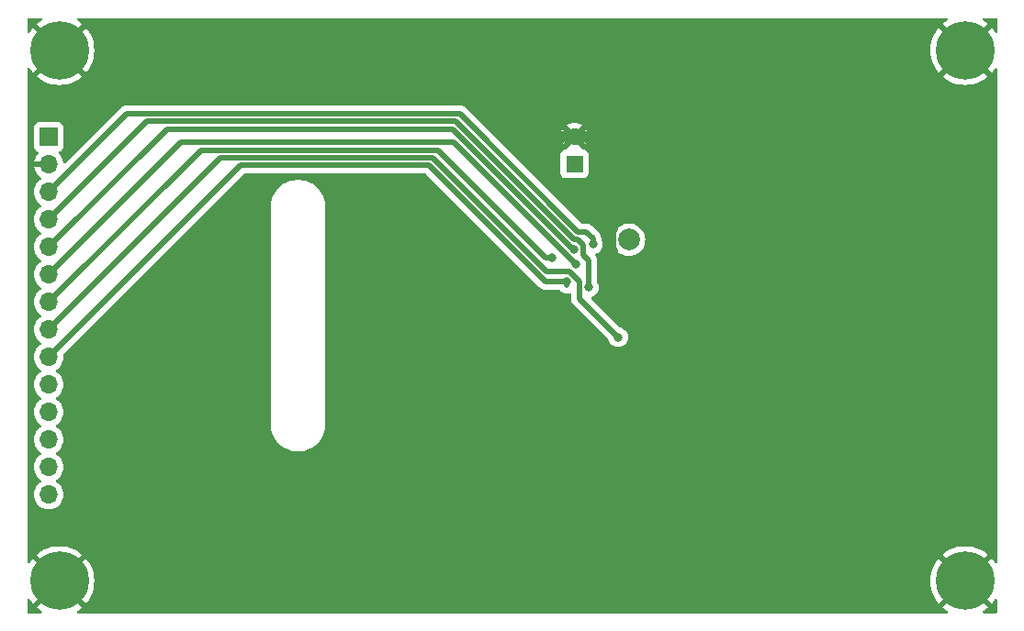
<source format=gbr>
%TF.GenerationSoftware,KiCad,Pcbnew,7.0.7-7.0.7~ubuntu22.04.1*%
%TF.CreationDate,2023-09-11T12:59:47+09:00*%
%TF.ProjectId,3_2LCD,335f324c-4344-42e6-9b69-6361645f7063,rev?*%
%TF.SameCoordinates,Original*%
%TF.FileFunction,Copper,L1,Top*%
%TF.FilePolarity,Positive*%
%FSLAX46Y46*%
G04 Gerber Fmt 4.6, Leading zero omitted, Abs format (unit mm)*
G04 Created by KiCad (PCBNEW 7.0.7-7.0.7~ubuntu22.04.1) date 2023-09-11 12:59:47*
%MOMM*%
%LPD*%
G01*
G04 APERTURE LIST*
%TA.AperFunction,ComponentPad*%
%ADD10R,1.600000X1.600000*%
%TD*%
%TA.AperFunction,ComponentPad*%
%ADD11C,1.600000*%
%TD*%
%TA.AperFunction,ComponentPad*%
%ADD12R,1.700000X1.700000*%
%TD*%
%TA.AperFunction,ComponentPad*%
%ADD13O,1.700000X1.700000*%
%TD*%
%TA.AperFunction,ComponentPad*%
%ADD14C,3.100000*%
%TD*%
%TA.AperFunction,ConnectorPad*%
%ADD15C,5.400000*%
%TD*%
%TA.AperFunction,ComponentPad*%
%ADD16C,2.000000*%
%TD*%
%TA.AperFunction,ViaPad*%
%ADD17C,1.016000*%
%TD*%
%TA.AperFunction,ViaPad*%
%ADD18C,0.800000*%
%TD*%
%TA.AperFunction,Conductor*%
%ADD19C,1.016000*%
%TD*%
%TA.AperFunction,Conductor*%
%ADD20C,0.508000*%
%TD*%
G04 APERTURE END LIST*
D10*
%TO.P,C3,1*%
%TO.N,+3V3*%
X176500000Y-113000000D03*
D11*
%TO.P,C3,2*%
%TO.N,GND*%
X176500000Y-110500000D03*
%TD*%
D12*
%TO.P,J1,1,Pin_1*%
%TO.N,+3V3*%
X128000000Y-110500000D03*
D13*
%TO.P,J1,2,Pin_2*%
%TO.N,GND*%
X128000000Y-113040000D03*
%TO.P,J1,3,Pin_3*%
%TO.N,Net-(J1-Pin_3)*%
X128000000Y-115580000D03*
%TO.P,J1,4,Pin_4*%
%TO.N,Net-(J1-Pin_4)*%
X128000000Y-118120000D03*
%TO.P,J1,5,Pin_5*%
%TO.N,Net-(J1-Pin_5)*%
X128000000Y-120660000D03*
%TO.P,J1,6,Pin_6*%
%TO.N,Net-(J1-Pin_6)*%
X128000000Y-123200000D03*
%TO.P,J1,7,Pin_7*%
%TO.N,Net-(J1-Pin_7)*%
X128000000Y-125740000D03*
%TO.P,J1,8,Pin_8*%
%TO.N,Net-(J1-Pin_8)*%
X128000000Y-128280000D03*
%TO.P,J1,9,Pin_9*%
%TO.N,Net-(J1-Pin_9)*%
X128000000Y-130820000D03*
%TO.P,J1,10,Pin_10*%
%TO.N,unconnected-(J1-Pin_10-Pad10)*%
X128000000Y-133360000D03*
%TO.P,J1,11,Pin_11*%
%TO.N,unconnected-(J1-Pin_11-Pad11)*%
X128000000Y-135900000D03*
%TO.P,J1,12,Pin_12*%
%TO.N,unconnected-(J1-Pin_12-Pad12)*%
X128000000Y-138440000D03*
%TO.P,J1,13,Pin_13*%
%TO.N,unconnected-(J1-Pin_13-Pad13)*%
X128000000Y-140980000D03*
%TO.P,J1,14,Pin_14*%
%TO.N,unconnected-(J1-Pin_14-Pad14)*%
X128000000Y-143520000D03*
%TD*%
D14*
%TO.P,H1,1,1*%
%TO.N,GND*%
X129000000Y-102500000D03*
D15*
X129000000Y-102500000D03*
%TD*%
D14*
%TO.P,H3,1,1*%
%TO.N,GND*%
X212500000Y-102500000D03*
D15*
X212500000Y-102500000D03*
%TD*%
D14*
%TO.P,H4,1,1*%
%TO.N,GND*%
X212500000Y-151500000D03*
D15*
X212500000Y-151500000D03*
%TD*%
D14*
%TO.P,H2,1,1*%
%TO.N,GND*%
X129000000Y-151500000D03*
D15*
X129000000Y-151500000D03*
%TD*%
D16*
%TO.P,TP1,1,1*%
%TO.N,Net-(U1-FMARK)*%
X181500000Y-120000000D03*
%TD*%
D17*
%TO.N,GND*%
X172000000Y-112500000D03*
X179000000Y-116500000D03*
X182000000Y-131500000D03*
X182000000Y-138000000D03*
D18*
%TO.N,Net-(J1-Pin_3)*%
X178175520Y-120411727D03*
%TO.N,Net-(J1-Pin_4)*%
X177800000Y-124400000D03*
%TO.N,Net-(J1-Pin_5)*%
X176469406Y-120881431D03*
%TO.N,Net-(J1-Pin_6)*%
X176604854Y-122284643D03*
%TO.N,Net-(J1-Pin_7)*%
X174375968Y-121651467D03*
%TO.N,Net-(J1-Pin_8)*%
X180500000Y-129000000D03*
%TO.N,Net-(J1-Pin_9)*%
X175722697Y-123850211D03*
%TD*%
D19*
%TO.N,GND*%
X184000000Y-127000000D02*
X184000000Y-129500000D01*
X180000000Y-121027842D02*
X180000000Y-123000000D01*
X180000000Y-123000000D02*
X184000000Y-127000000D01*
X176500000Y-110500000D02*
X177631370Y-110500000D01*
X180000000Y-118972158D02*
X179791999Y-119180159D01*
X176500000Y-110500000D02*
X175368630Y-110500000D01*
X184000000Y-129500000D02*
X184000000Y-136000000D01*
X179791999Y-119180159D02*
X179791999Y-120819841D01*
X173368630Y-112500000D02*
X172000000Y-112500000D01*
X184000000Y-129500000D02*
X182000000Y-131500000D01*
X180500000Y-114500000D02*
X180000000Y-115000000D01*
X180000000Y-115000000D02*
X180000000Y-118972158D01*
X179500000Y-116500000D02*
X179000000Y-116500000D01*
X177631370Y-110500000D02*
X180500000Y-113368630D01*
X179791999Y-120819841D02*
X180000000Y-121027842D01*
X175368630Y-110500000D02*
X173368630Y-112500000D01*
X180500000Y-114500000D02*
X180500000Y-115500000D01*
X180500000Y-115500000D02*
X179500000Y-116500000D01*
X180500000Y-113368630D02*
X180500000Y-114500000D01*
X184000000Y-136000000D02*
X182000000Y-138000000D01*
D20*
%TO.N,Net-(J1-Pin_3)*%
X176808685Y-119245937D02*
X177575415Y-119245937D01*
X178175520Y-119846042D02*
X178175520Y-120411727D01*
X128000000Y-115580000D02*
X135228061Y-108351939D01*
X177575415Y-119245937D02*
X178175520Y-119846042D01*
X135228061Y-108351939D02*
X165914687Y-108351939D01*
X165914687Y-108351939D02*
X176808685Y-119245937D01*
%TO.N,Net-(J1-Pin_4)*%
X177323407Y-121422163D02*
X177800000Y-121898756D01*
X177323407Y-120471510D02*
X177323407Y-121422163D01*
X176452670Y-119953948D02*
X176805845Y-119953948D01*
X137060050Y-109059950D02*
X165558673Y-109059951D01*
X128000000Y-118120000D02*
X137060050Y-109059950D01*
X177800000Y-121898756D02*
X177800000Y-124400000D01*
X176805845Y-119953948D02*
X177323407Y-120471510D01*
X165558673Y-109059951D02*
X176452670Y-119953948D01*
%TO.N,Net-(J1-Pin_5)*%
X138892039Y-109767961D02*
X165225125Y-109767961D01*
X128000000Y-120660000D02*
X138892039Y-109767961D01*
X165225125Y-109767961D02*
X176338595Y-120881431D01*
X176338595Y-120881431D02*
X176469406Y-120881431D01*
%TO.N,Net-(J1-Pin_6)*%
X165320211Y-111000000D02*
X176604854Y-122284643D01*
X140200000Y-111000000D02*
X165320211Y-111000000D01*
X128000000Y-123200000D02*
X140200000Y-111000000D01*
%TO.N,Net-(J1-Pin_7)*%
X128000000Y-125740000D02*
X142031990Y-111708010D01*
X173810283Y-121651467D02*
X174375968Y-121651467D01*
X163866826Y-111708010D02*
X173810283Y-121651467D01*
X142031990Y-111708010D02*
X163866826Y-111708010D01*
%TO.N,Net-(J1-Pin_8)*%
X173904579Y-122944388D02*
X176055357Y-122944388D01*
X176945998Y-125445998D02*
X180500000Y-129000000D01*
X176945998Y-123835029D02*
X176945998Y-125445998D01*
X163376213Y-112416022D02*
X173904579Y-122944388D01*
X176055357Y-122944388D02*
X176945998Y-123835029D01*
X143863979Y-112416021D02*
X163376213Y-112416022D01*
X128000000Y-128280000D02*
X143863979Y-112416021D01*
%TO.N,Net-(J1-Pin_9)*%
X128000000Y-130820000D02*
X145695968Y-113124032D01*
X173809124Y-123850211D02*
X175722697Y-123850211D01*
X175722697Y-124122697D02*
X175722697Y-123850211D01*
X163082945Y-113124032D02*
X173809124Y-123850211D01*
X145695968Y-113124032D02*
X163082945Y-113124032D01*
X175800000Y-124200000D02*
X175722697Y-124122697D01*
%TD*%
%TA.AperFunction,Conductor*%
%TO.N,GND*%
G36*
X127910103Y-152334851D02*
G01*
X127957130Y-152368056D01*
X127957999Y-152367188D01*
X128132812Y-152542001D01*
X128131807Y-152543005D01*
X128167408Y-152596512D01*
X128168536Y-152667500D01*
X128136186Y-152723022D01*
X126917717Y-153941490D01*
X126996697Y-154012071D01*
X126996699Y-154012072D01*
X127290555Y-154220572D01*
X127290555Y-154220573D01*
X127322489Y-154238222D01*
X127372434Y-154288680D01*
X127387171Y-154358130D01*
X127362022Y-154424523D01*
X127304970Y-154466779D01*
X127261540Y-154474500D01*
X126151500Y-154474500D01*
X126083379Y-154454498D01*
X126036886Y-154400842D01*
X126025500Y-154348500D01*
X126025500Y-153941490D01*
X126025500Y-153238454D01*
X126045501Y-153170337D01*
X126099157Y-153123844D01*
X126169431Y-153113740D01*
X126234011Y-153143233D01*
X126261777Y-153177510D01*
X126279422Y-153209437D01*
X126279427Y-153209444D01*
X126487927Y-153503300D01*
X126487928Y-153503302D01*
X126558508Y-153582280D01*
X127776975Y-152363812D01*
X127839288Y-152329787D01*
X127910103Y-152334851D01*
G37*
%TD.AperFunction*%
%TA.AperFunction,Conductor*%
G36*
X210829661Y-99545502D02*
G01*
X210876154Y-99599158D01*
X210886258Y-99669432D01*
X210856764Y-99734012D01*
X210822489Y-99761778D01*
X210790555Y-99779426D01*
X210790555Y-99779427D01*
X210496702Y-99987924D01*
X210496692Y-99987932D01*
X210417717Y-100058508D01*
X211636187Y-101276977D01*
X211670212Y-101339289D01*
X211665148Y-101410104D01*
X211631945Y-101457134D01*
X211632812Y-101458001D01*
X211628925Y-101461887D01*
X211628922Y-101461890D01*
X211461890Y-101628922D01*
X211458000Y-101632812D01*
X211456996Y-101631808D01*
X211403480Y-101667411D01*
X211332492Y-101668535D01*
X211276977Y-101636187D01*
X210058508Y-100417717D01*
X209987932Y-100496692D01*
X209987924Y-100496702D01*
X209779427Y-100790555D01*
X209779426Y-100790555D01*
X209605139Y-101105904D01*
X209605136Y-101105909D01*
X209467252Y-101438790D01*
X209367501Y-101785034D01*
X209307147Y-102140255D01*
X209286945Y-102499999D01*
X209307147Y-102859744D01*
X209367501Y-103214965D01*
X209467252Y-103561209D01*
X209605136Y-103894090D01*
X209605139Y-103894095D01*
X209779426Y-104209444D01*
X209987927Y-104503300D01*
X209987928Y-104503302D01*
X210058508Y-104582280D01*
X211276975Y-103363812D01*
X211339288Y-103329787D01*
X211410103Y-103334851D01*
X211457130Y-103368056D01*
X211457999Y-103367188D01*
X211632812Y-103542001D01*
X211631807Y-103543005D01*
X211667408Y-103596512D01*
X211668536Y-103667500D01*
X211636186Y-103723022D01*
X210417717Y-104941490D01*
X210496697Y-105012071D01*
X210496699Y-105012072D01*
X210790555Y-105220572D01*
X210790555Y-105220573D01*
X211105904Y-105394860D01*
X211105909Y-105394863D01*
X211438790Y-105532747D01*
X211785034Y-105632498D01*
X212140255Y-105692852D01*
X212499999Y-105713054D01*
X212859744Y-105692852D01*
X213214965Y-105632498D01*
X213561209Y-105532747D01*
X213894090Y-105394863D01*
X213894095Y-105394860D01*
X214209444Y-105220573D01*
X214209444Y-105220572D01*
X214503300Y-105012072D01*
X214503313Y-105012062D01*
X214582281Y-104941491D01*
X214582281Y-104941490D01*
X213363812Y-103723022D01*
X213329787Y-103660710D01*
X213334851Y-103589895D01*
X213368063Y-103542877D01*
X213367187Y-103542001D01*
X213371078Y-103538110D01*
X213538110Y-103371078D01*
X213538112Y-103371074D01*
X213541999Y-103367188D01*
X213543005Y-103368194D01*
X213596498Y-103332595D01*
X213667486Y-103331458D01*
X213723022Y-103363812D01*
X214941490Y-104582281D01*
X214941491Y-104582281D01*
X215012062Y-104503313D01*
X215012072Y-104503300D01*
X215220572Y-104209444D01*
X215220573Y-104209444D01*
X215238222Y-104177511D01*
X215288680Y-104127566D01*
X215358130Y-104112829D01*
X215424523Y-104137978D01*
X215466779Y-104195030D01*
X215474500Y-104238460D01*
X215474500Y-149761539D01*
X215454498Y-149829660D01*
X215400842Y-149876153D01*
X215330568Y-149886257D01*
X215265988Y-149856763D01*
X215238223Y-149822489D01*
X215220577Y-149790562D01*
X215220572Y-149790555D01*
X215012072Y-149496699D01*
X215012071Y-149496697D01*
X214941490Y-149417718D01*
X213723022Y-150636186D01*
X213660710Y-150670212D01*
X213589894Y-150665147D01*
X213542871Y-150631941D01*
X213542001Y-150632812D01*
X213367188Y-150457999D01*
X213368190Y-150456996D01*
X213332588Y-150403479D01*
X213331464Y-150332491D01*
X213363812Y-150276975D01*
X214582280Y-149058508D01*
X214503302Y-148987928D01*
X214503300Y-148987927D01*
X214209444Y-148779427D01*
X214209444Y-148779426D01*
X213894095Y-148605139D01*
X213894090Y-148605136D01*
X213561209Y-148467252D01*
X213214965Y-148367501D01*
X212859744Y-148307147D01*
X212499999Y-148286945D01*
X212140255Y-148307147D01*
X211785034Y-148367501D01*
X211438790Y-148467252D01*
X211105909Y-148605136D01*
X211105904Y-148605139D01*
X210790555Y-148779426D01*
X210790555Y-148779427D01*
X210496702Y-148987924D01*
X210496692Y-148987932D01*
X210417717Y-149058508D01*
X211636187Y-150276977D01*
X211670212Y-150339289D01*
X211665148Y-150410104D01*
X211631945Y-150457134D01*
X211632812Y-150458001D01*
X211628925Y-150461887D01*
X211628922Y-150461890D01*
X211461890Y-150628922D01*
X211458000Y-150632812D01*
X211456996Y-150631808D01*
X211403480Y-150667411D01*
X211332492Y-150668535D01*
X211276977Y-150636187D01*
X210058508Y-149417717D01*
X209987932Y-149496692D01*
X209987924Y-149496702D01*
X209779427Y-149790555D01*
X209779426Y-149790555D01*
X209605139Y-150105904D01*
X209605136Y-150105909D01*
X209467252Y-150438790D01*
X209367501Y-150785034D01*
X209307147Y-151140255D01*
X209286945Y-151499999D01*
X209307147Y-151859744D01*
X209367501Y-152214965D01*
X209467252Y-152561209D01*
X209605136Y-152894090D01*
X209605139Y-152894095D01*
X209779426Y-153209444D01*
X209987927Y-153503300D01*
X209987928Y-153503302D01*
X210058508Y-153582280D01*
X211276975Y-152363812D01*
X211339288Y-152329787D01*
X211410103Y-152334851D01*
X211457130Y-152368056D01*
X211457999Y-152367188D01*
X211632812Y-152542001D01*
X211631807Y-152543005D01*
X211667408Y-152596512D01*
X211668536Y-152667500D01*
X211636186Y-152723022D01*
X210417717Y-153941490D01*
X210496697Y-154012071D01*
X210496699Y-154012072D01*
X210790555Y-154220572D01*
X210790555Y-154220573D01*
X210822489Y-154238222D01*
X210872434Y-154288680D01*
X210887171Y-154358130D01*
X210862022Y-154424523D01*
X210804970Y-154466779D01*
X210761540Y-154474500D01*
X130738460Y-154474500D01*
X130670339Y-154454498D01*
X130623846Y-154400842D01*
X130613742Y-154330568D01*
X130643236Y-154265988D01*
X130677511Y-154238222D01*
X130709444Y-154220573D01*
X130709444Y-154220572D01*
X131003300Y-154012072D01*
X131003313Y-154012062D01*
X131082281Y-153941491D01*
X131082281Y-153941490D01*
X129863812Y-152723022D01*
X129829787Y-152660710D01*
X129834851Y-152589895D01*
X129868063Y-152542877D01*
X129867187Y-152542001D01*
X129871078Y-152538110D01*
X130038110Y-152371078D01*
X130038112Y-152371074D01*
X130041999Y-152367188D01*
X130043005Y-152368194D01*
X130096498Y-152332595D01*
X130167486Y-152331458D01*
X130223022Y-152363812D01*
X131441490Y-153582281D01*
X131441491Y-153582281D01*
X131512062Y-153503313D01*
X131512072Y-153503300D01*
X131720572Y-153209444D01*
X131720573Y-153209444D01*
X131894860Y-152894095D01*
X131894863Y-152894090D01*
X132032747Y-152561209D01*
X132132498Y-152214965D01*
X132192852Y-151859744D01*
X132213054Y-151500000D01*
X132192852Y-151140255D01*
X132132498Y-150785034D01*
X132032747Y-150438790D01*
X131894863Y-150105909D01*
X131894860Y-150105904D01*
X131720573Y-149790555D01*
X131512072Y-149496699D01*
X131512071Y-149496697D01*
X131441490Y-149417718D01*
X130223022Y-150636186D01*
X130160710Y-150670212D01*
X130089894Y-150665147D01*
X130042871Y-150631941D01*
X130042001Y-150632812D01*
X129867188Y-150457999D01*
X129868190Y-150456996D01*
X129832588Y-150403479D01*
X129831464Y-150332491D01*
X129863812Y-150276975D01*
X131082280Y-149058508D01*
X131003302Y-148987928D01*
X131003300Y-148987927D01*
X130709444Y-148779427D01*
X130709444Y-148779426D01*
X130394095Y-148605139D01*
X130394090Y-148605136D01*
X130061209Y-148467252D01*
X129714965Y-148367501D01*
X129359744Y-148307147D01*
X128999999Y-148286945D01*
X128640255Y-148307147D01*
X128285034Y-148367501D01*
X127938790Y-148467252D01*
X127605909Y-148605136D01*
X127605904Y-148605139D01*
X127290555Y-148779426D01*
X127290555Y-148779427D01*
X126996702Y-148987924D01*
X126996692Y-148987932D01*
X126917717Y-149058508D01*
X128136187Y-150276977D01*
X128170212Y-150339289D01*
X128165148Y-150410104D01*
X128131945Y-150457134D01*
X128132812Y-150458001D01*
X128128925Y-150461887D01*
X128128922Y-150461890D01*
X127961890Y-150628922D01*
X127958000Y-150632812D01*
X127956996Y-150631808D01*
X127903480Y-150667411D01*
X127832492Y-150668535D01*
X127776977Y-150636187D01*
X126558508Y-149417717D01*
X126487932Y-149496692D01*
X126487924Y-149496702D01*
X126279427Y-149790555D01*
X126279422Y-149790562D01*
X126261776Y-149822491D01*
X126211318Y-149872436D01*
X126141868Y-149887172D01*
X126075475Y-149862022D01*
X126033220Y-149804970D01*
X126025500Y-149761546D01*
X126025500Y-143520000D01*
X126636844Y-143520000D01*
X126655437Y-143744375D01*
X126710702Y-143962612D01*
X126710703Y-143962613D01*
X126801141Y-144168793D01*
X126924275Y-144357265D01*
X126924279Y-144357270D01*
X127076762Y-144522908D01*
X127131331Y-144565381D01*
X127254424Y-144661189D01*
X127452426Y-144768342D01*
X127452427Y-144768342D01*
X127452428Y-144768343D01*
X127564227Y-144806723D01*
X127665365Y-144841444D01*
X127887431Y-144878500D01*
X127887435Y-144878500D01*
X128112565Y-144878500D01*
X128112569Y-144878500D01*
X128334635Y-144841444D01*
X128547574Y-144768342D01*
X128745576Y-144661189D01*
X128923240Y-144522906D01*
X129075722Y-144357268D01*
X129198860Y-144168791D01*
X129289296Y-143962616D01*
X129344564Y-143744368D01*
X129363156Y-143520000D01*
X129344564Y-143295632D01*
X129289296Y-143077384D01*
X129198860Y-142871209D01*
X129192140Y-142860924D01*
X129075724Y-142682734D01*
X129075720Y-142682729D01*
X128923237Y-142517091D01*
X128841382Y-142453381D01*
X128745576Y-142378811D01*
X128712319Y-142360813D01*
X128661929Y-142310802D01*
X128646576Y-142241485D01*
X128671136Y-142174872D01*
X128712320Y-142139186D01*
X128745576Y-142121189D01*
X128923240Y-141982906D01*
X129075722Y-141817268D01*
X129198860Y-141628791D01*
X129289296Y-141422616D01*
X129344564Y-141204368D01*
X129363156Y-140980000D01*
X129344564Y-140755632D01*
X129289296Y-140537384D01*
X129198860Y-140331209D01*
X129192140Y-140320924D01*
X129075724Y-140142734D01*
X129075720Y-140142729D01*
X128923237Y-139977091D01*
X128841382Y-139913381D01*
X128745576Y-139838811D01*
X128745569Y-139838807D01*
X128712318Y-139820812D01*
X128661928Y-139770798D01*
X128646576Y-139701481D01*
X128671137Y-139634869D01*
X128712315Y-139599188D01*
X128745576Y-139581189D01*
X128923240Y-139442906D01*
X129075722Y-139277268D01*
X129198860Y-139088791D01*
X129289296Y-138882616D01*
X129344564Y-138664368D01*
X129363156Y-138440000D01*
X129344564Y-138215632D01*
X129299681Y-138038392D01*
X129289297Y-137997387D01*
X129289296Y-137997386D01*
X129289296Y-137997384D01*
X129198860Y-137791209D01*
X129173710Y-137752714D01*
X129075724Y-137602734D01*
X129075720Y-137602729D01*
X128923237Y-137437091D01*
X128841382Y-137373381D01*
X128745576Y-137298811D01*
X128712319Y-137280813D01*
X128661929Y-137230802D01*
X128646576Y-137161485D01*
X128649790Y-137152768D01*
X148474500Y-137152768D01*
X148511327Y-137456062D01*
X148511329Y-137456072D01*
X148584444Y-137752714D01*
X148692786Y-138038387D01*
X148692793Y-138038404D01*
X148834772Y-138308922D01*
X148834776Y-138308929D01*
X149008331Y-138560367D01*
X149008334Y-138560371D01*
X149210937Y-138789062D01*
X149439628Y-138991665D01*
X149439632Y-138991668D01*
X149691070Y-139165223D01*
X149691077Y-139165227D01*
X149961595Y-139307206D01*
X149961602Y-139307208D01*
X149961608Y-139307212D01*
X150247283Y-139415555D01*
X150543934Y-139488672D01*
X150847235Y-139525500D01*
X150847239Y-139525500D01*
X151152761Y-139525500D01*
X151152765Y-139525500D01*
X151456066Y-139488672D01*
X151752717Y-139415555D01*
X152038392Y-139307212D01*
X152038401Y-139307207D01*
X152038404Y-139307206D01*
X152130808Y-139258708D01*
X152308925Y-139165226D01*
X152560370Y-138991666D01*
X152789062Y-138789062D01*
X152991666Y-138560370D01*
X153165226Y-138308925D01*
X153307212Y-138038392D01*
X153415555Y-137752717D01*
X153488672Y-137456066D01*
X153525500Y-137152765D01*
X153525500Y-137000000D01*
X153525500Y-136991715D01*
X153525500Y-126994928D01*
X153525500Y-126994927D01*
X153525500Y-116994928D01*
X153525500Y-116994927D01*
X153525500Y-116847235D01*
X153488672Y-116543934D01*
X153415555Y-116247283D01*
X153307212Y-115961608D01*
X153307208Y-115961602D01*
X153307206Y-115961595D01*
X153165227Y-115691077D01*
X153165223Y-115691070D01*
X152991668Y-115439632D01*
X152991665Y-115439628D01*
X152789062Y-115210937D01*
X152560371Y-115008334D01*
X152560367Y-115008331D01*
X152308929Y-114834776D01*
X152308922Y-114834772D01*
X152038404Y-114692793D01*
X152038387Y-114692786D01*
X151752714Y-114584444D01*
X151456072Y-114511329D01*
X151456062Y-114511327D01*
X151152768Y-114474500D01*
X151152765Y-114474500D01*
X150847235Y-114474500D01*
X150847231Y-114474500D01*
X150543937Y-114511327D01*
X150543927Y-114511329D01*
X150247285Y-114584444D01*
X149961612Y-114692786D01*
X149961595Y-114692793D01*
X149691077Y-114834772D01*
X149691070Y-114834776D01*
X149439632Y-115008331D01*
X149439628Y-115008334D01*
X149210937Y-115210937D01*
X149008334Y-115439628D01*
X149008331Y-115439632D01*
X148834776Y-115691070D01*
X148834772Y-115691077D01*
X148692793Y-115961595D01*
X148692786Y-115961612D01*
X148584444Y-116247285D01*
X148511329Y-116543927D01*
X148511327Y-116543937D01*
X148474500Y-116847231D01*
X148474500Y-137152768D01*
X128649790Y-137152768D01*
X128671136Y-137094872D01*
X128712320Y-137059186D01*
X128745576Y-137041189D01*
X128923240Y-136902906D01*
X129075722Y-136737268D01*
X129198860Y-136548791D01*
X129289296Y-136342616D01*
X129344564Y-136124368D01*
X129363156Y-135900000D01*
X129344564Y-135675632D01*
X129289296Y-135457384D01*
X129198860Y-135251209D01*
X129192140Y-135240924D01*
X129075724Y-135062734D01*
X129075720Y-135062729D01*
X128923237Y-134897091D01*
X128841382Y-134833381D01*
X128745576Y-134758811D01*
X128745569Y-134758807D01*
X128712318Y-134740812D01*
X128661928Y-134690798D01*
X128646576Y-134621481D01*
X128671137Y-134554869D01*
X128712315Y-134519188D01*
X128745576Y-134501189D01*
X128923240Y-134362906D01*
X129075722Y-134197268D01*
X129198860Y-134008791D01*
X129289296Y-133802616D01*
X129344564Y-133584368D01*
X129363156Y-133360000D01*
X129344564Y-133135632D01*
X129289296Y-132917384D01*
X129198860Y-132711209D01*
X129192140Y-132700924D01*
X129075724Y-132522734D01*
X129075720Y-132522729D01*
X128923237Y-132357091D01*
X128841382Y-132293381D01*
X128745576Y-132218811D01*
X128712319Y-132200813D01*
X128661929Y-132150802D01*
X128646576Y-132081485D01*
X128671136Y-132014872D01*
X128712320Y-131979186D01*
X128745576Y-131961189D01*
X128923240Y-131822906D01*
X129075722Y-131657268D01*
X129198860Y-131468791D01*
X129289296Y-131262616D01*
X129344564Y-131044368D01*
X129363156Y-130820000D01*
X129346183Y-130615175D01*
X129360492Y-130545637D01*
X129382655Y-130515680D01*
X145974900Y-113923437D01*
X146037213Y-113889411D01*
X146063996Y-113886532D01*
X162714918Y-113886532D01*
X162783039Y-113906534D01*
X162804012Y-113923436D01*
X168141763Y-119261188D01*
X173224182Y-124343607D01*
X173236155Y-124357461D01*
X173250726Y-124377033D01*
X173278097Y-124400000D01*
X173291393Y-124411156D01*
X173295439Y-124414864D01*
X173301359Y-124420784D01*
X173301360Y-124420785D01*
X173327503Y-124441456D01*
X173387272Y-124491608D01*
X173393403Y-124495640D01*
X173393368Y-124495691D01*
X173399821Y-124499802D01*
X173399853Y-124499751D01*
X173406099Y-124503603D01*
X173406101Y-124503604D01*
X173406104Y-124503606D01*
X173476829Y-124536585D01*
X173546558Y-124571605D01*
X173546560Y-124571605D01*
X173553455Y-124574115D01*
X173553433Y-124574173D01*
X173560662Y-124576686D01*
X173560682Y-124576627D01*
X173567648Y-124578934D01*
X173567651Y-124578936D01*
X173644055Y-124594711D01*
X173720001Y-124612711D01*
X173720007Y-124612711D01*
X173727290Y-124613563D01*
X173727282Y-124613623D01*
X173734898Y-124614401D01*
X173734904Y-124614340D01*
X173742207Y-124614978D01*
X173742216Y-124614980D01*
X173820215Y-124612711D01*
X175080900Y-124612711D01*
X175149021Y-124632713D01*
X175167367Y-124647062D01*
X175191374Y-124669712D01*
X175292229Y-124770568D01*
X175292232Y-124770570D01*
X175292235Y-124770573D01*
X175396980Y-124853395D01*
X175558527Y-124928725D01*
X175733091Y-124964769D01*
X175911263Y-124959585D01*
X176024890Y-124929139D01*
X176095863Y-124930829D01*
X176154659Y-124970623D01*
X176182607Y-125035887D01*
X176183498Y-125050846D01*
X176183498Y-125381269D01*
X176182168Y-125399528D01*
X176178632Y-125423666D01*
X176178632Y-125423671D01*
X176183258Y-125476553D01*
X176183498Y-125482046D01*
X176183498Y-125490414D01*
X176187366Y-125523509D01*
X176194166Y-125601235D01*
X176195650Y-125608421D01*
X176195591Y-125608433D01*
X176197249Y-125615914D01*
X176197308Y-125615901D01*
X176198999Y-125623038D01*
X176225688Y-125696367D01*
X176250232Y-125770436D01*
X176253333Y-125777086D01*
X176253278Y-125777111D01*
X176256617Y-125784008D01*
X176256671Y-125783981D01*
X176259960Y-125790530D01*
X176259963Y-125790534D01*
X176259964Y-125790537D01*
X176302846Y-125855736D01*
X176343810Y-125922147D01*
X176343811Y-125922148D01*
X176343813Y-125922151D01*
X176348360Y-125927901D01*
X176348312Y-125927938D01*
X176353152Y-125933879D01*
X176353198Y-125933841D01*
X176357909Y-125939455D01*
X176357910Y-125939456D01*
X176357913Y-125939460D01*
X176414682Y-125993018D01*
X176414682Y-125993019D01*
X179582597Y-129160935D01*
X179613334Y-129211092D01*
X179665473Y-129371556D01*
X179665476Y-129371561D01*
X179760958Y-129536941D01*
X179760965Y-129536951D01*
X179888744Y-129678864D01*
X179888747Y-129678866D01*
X180043248Y-129791118D01*
X180217712Y-129868794D01*
X180404513Y-129908500D01*
X180595487Y-129908500D01*
X180782288Y-129868794D01*
X180956752Y-129791118D01*
X181111253Y-129678866D01*
X181111303Y-129678811D01*
X181239034Y-129536951D01*
X181239035Y-129536949D01*
X181239040Y-129536944D01*
X181334527Y-129371556D01*
X181393542Y-129189928D01*
X181413504Y-129000000D01*
X181393542Y-128810072D01*
X181334527Y-128628444D01*
X181239040Y-128463056D01*
X181239038Y-128463054D01*
X181239034Y-128463048D01*
X181111255Y-128321135D01*
X180956752Y-128208882D01*
X180782288Y-128131206D01*
X180726411Y-128119328D01*
X180663938Y-128085599D01*
X180663515Y-128085177D01*
X178049210Y-125470872D01*
X178015184Y-125408560D01*
X178020249Y-125337745D01*
X178062796Y-125280909D01*
X178087051Y-125266672D01*
X178256752Y-125191118D01*
X178411253Y-125078866D01*
X178411255Y-125078864D01*
X178539034Y-124936951D01*
X178539035Y-124936949D01*
X178539040Y-124936944D01*
X178634527Y-124771556D01*
X178693542Y-124589928D01*
X178713504Y-124400000D01*
X178693542Y-124210072D01*
X178634527Y-124028444D01*
X178634525Y-124028441D01*
X178634524Y-124028437D01*
X178579381Y-123932926D01*
X178562500Y-123869927D01*
X178562500Y-121963483D01*
X178563830Y-121945223D01*
X178564812Y-121938516D01*
X178567366Y-121921083D01*
X178562739Y-121868206D01*
X178562500Y-121862720D01*
X178562500Y-121854341D01*
X178558629Y-121821228D01*
X178556876Y-121801188D01*
X178551830Y-121743515D01*
X178551828Y-121743510D01*
X178550346Y-121736330D01*
X178550407Y-121736317D01*
X178548751Y-121728847D01*
X178548692Y-121728862D01*
X178546998Y-121721722D01*
X178546998Y-121721714D01*
X178520307Y-121648383D01*
X178495765Y-121574315D01*
X178495764Y-121574313D01*
X178495763Y-121574310D01*
X178492665Y-121567667D01*
X178492720Y-121567641D01*
X178489380Y-121560741D01*
X178489324Y-121560770D01*
X178486031Y-121554212D01*
X178443161Y-121489032D01*
X178421062Y-121453205D01*
X178402325Y-121384725D01*
X178423584Y-121316986D01*
X178477053Y-121271952D01*
X178632272Y-121202845D01*
X178786773Y-121090593D01*
X178914560Y-120948671D01*
X179010047Y-120783283D01*
X179069062Y-120601655D01*
X179089024Y-120411727D01*
X179069062Y-120221799D01*
X179010047Y-120040171D01*
X178986854Y-120000000D01*
X178986853Y-119999999D01*
X179986835Y-119999999D01*
X180005465Y-120236710D01*
X180060894Y-120467592D01*
X180140592Y-120660000D01*
X180151760Y-120686963D01*
X180224353Y-120805424D01*
X180275825Y-120889417D01*
X180275826Y-120889419D01*
X180430030Y-121069969D01*
X180610580Y-121224173D01*
X180610584Y-121224176D01*
X180813037Y-121348240D01*
X181032406Y-121439105D01*
X181263289Y-121494535D01*
X181500000Y-121513165D01*
X181736711Y-121494535D01*
X181967594Y-121439105D01*
X182186963Y-121348240D01*
X182389416Y-121224176D01*
X182569969Y-121069969D01*
X182724176Y-120889416D01*
X182848240Y-120686963D01*
X182939105Y-120467594D01*
X182994535Y-120236711D01*
X183013165Y-120000000D01*
X182994535Y-119763289D01*
X182939105Y-119532406D01*
X182848240Y-119313037D01*
X182724176Y-119110584D01*
X182724173Y-119110580D01*
X182569969Y-118930030D01*
X182389419Y-118775826D01*
X182389417Y-118775825D01*
X182389416Y-118775824D01*
X182186963Y-118651760D01*
X182072966Y-118604541D01*
X181967592Y-118560894D01*
X181785641Y-118517212D01*
X181736711Y-118505465D01*
X181500000Y-118486835D01*
X181263289Y-118505465D01*
X181032407Y-118560894D01*
X180813038Y-118651759D01*
X180610582Y-118775825D01*
X180610580Y-118775826D01*
X180430030Y-118930030D01*
X180275826Y-119110580D01*
X180275825Y-119110582D01*
X180151759Y-119313038D01*
X180060894Y-119532407D01*
X180005465Y-119763289D01*
X179986835Y-119999999D01*
X178986853Y-119999999D01*
X178958303Y-119950547D01*
X178941565Y-119881551D01*
X178942753Y-119869282D01*
X178942887Y-119868370D01*
X178938259Y-119815482D01*
X178938020Y-119809995D01*
X178938020Y-119801627D01*
X178934153Y-119768545D01*
X178927352Y-119690809D01*
X178925867Y-119683617D01*
X178925927Y-119683604D01*
X178924270Y-119676127D01*
X178924211Y-119676142D01*
X178922518Y-119669001D01*
X178918184Y-119657094D01*
X178895829Y-119595672D01*
X178871285Y-119521602D01*
X178871282Y-119521598D01*
X178868184Y-119514952D01*
X178868238Y-119514926D01*
X178864900Y-119508030D01*
X178864845Y-119508058D01*
X178861551Y-119501498D01*
X178818680Y-119436317D01*
X178777708Y-119369892D01*
X178773156Y-119364135D01*
X178773203Y-119364097D01*
X178768365Y-119358158D01*
X178768319Y-119358198D01*
X178763602Y-119352576D01*
X178706853Y-119299037D01*
X178518396Y-119110580D01*
X178160350Y-118752534D01*
X178148385Y-118738689D01*
X178133813Y-118719115D01*
X178133811Y-118719113D01*
X178093145Y-118684989D01*
X178089091Y-118681275D01*
X178083186Y-118675369D01*
X178057034Y-118654690D01*
X177997270Y-118604542D01*
X177991143Y-118600513D01*
X177991176Y-118600461D01*
X177984718Y-118596347D01*
X177984687Y-118596398D01*
X177978437Y-118592543D01*
X177907709Y-118559562D01*
X177837987Y-118524545D01*
X177831086Y-118522034D01*
X177831106Y-118521976D01*
X177823874Y-118519462D01*
X177823855Y-118519520D01*
X177816891Y-118517212D01*
X177740480Y-118501435D01*
X177664535Y-118483436D01*
X177657248Y-118482585D01*
X177657255Y-118482524D01*
X177649641Y-118481746D01*
X177649636Y-118481808D01*
X177642324Y-118481168D01*
X177564339Y-118483437D01*
X177176713Y-118483437D01*
X177108592Y-118463435D01*
X177087618Y-118446532D01*
X169141086Y-110500000D01*
X175187004Y-110500000D01*
X175206951Y-110728002D01*
X175266186Y-110949068D01*
X175266188Y-110949073D01*
X175362913Y-111156501D01*
X175412899Y-111227888D01*
X175958722Y-110682065D01*
X176021035Y-110648040D01*
X176091850Y-110653104D01*
X176148686Y-110695651D01*
X176160084Y-110713955D01*
X176172359Y-110738045D01*
X176172361Y-110738048D01*
X176261951Y-110827638D01*
X176261953Y-110827639D01*
X176261955Y-110827641D01*
X176286042Y-110839913D01*
X176337656Y-110888661D01*
X176354722Y-110957576D01*
X176331821Y-111024778D01*
X176317933Y-111041275D01*
X175760429Y-111598778D01*
X175755290Y-111624350D01*
X175705891Y-111675342D01*
X175654631Y-111690342D01*
X175654717Y-111691139D01*
X175590803Y-111698009D01*
X175590795Y-111698011D01*
X175453797Y-111749110D01*
X175453792Y-111749112D01*
X175336738Y-111836738D01*
X175249112Y-111953792D01*
X175249110Y-111953797D01*
X175198011Y-112090795D01*
X175198009Y-112090803D01*
X175191500Y-112151350D01*
X175191500Y-113848649D01*
X175198009Y-113909196D01*
X175198011Y-113909204D01*
X175249110Y-114046202D01*
X175249112Y-114046207D01*
X175336738Y-114163261D01*
X175453792Y-114250887D01*
X175453794Y-114250888D01*
X175453796Y-114250889D01*
X175474352Y-114258556D01*
X175590795Y-114301988D01*
X175590803Y-114301990D01*
X175651350Y-114308499D01*
X175651355Y-114308499D01*
X175651362Y-114308500D01*
X175651368Y-114308500D01*
X177348632Y-114308500D01*
X177348638Y-114308500D01*
X177348645Y-114308499D01*
X177348649Y-114308499D01*
X177409196Y-114301990D01*
X177409199Y-114301989D01*
X177409201Y-114301989D01*
X177546204Y-114250889D01*
X177553449Y-114245466D01*
X177663261Y-114163261D01*
X177750887Y-114046207D01*
X177750887Y-114046206D01*
X177750889Y-114046204D01*
X177801989Y-113909201D01*
X177805456Y-113876958D01*
X177808499Y-113848649D01*
X177808500Y-113848632D01*
X177808500Y-112151367D01*
X177808499Y-112151350D01*
X177801990Y-112090803D01*
X177801988Y-112090795D01*
X177762043Y-111983702D01*
X177750889Y-111953796D01*
X177750888Y-111953794D01*
X177750887Y-111953792D01*
X177663261Y-111836738D01*
X177546207Y-111749112D01*
X177546202Y-111749110D01*
X177409204Y-111698011D01*
X177409196Y-111698009D01*
X177345283Y-111691139D01*
X177345394Y-111690103D01*
X177282528Y-111667916D01*
X177238982Y-111611842D01*
X177236672Y-111595882D01*
X176682065Y-111041276D01*
X176648040Y-110978963D01*
X176653104Y-110908148D01*
X176695651Y-110851312D01*
X176713951Y-110839917D01*
X176738045Y-110827641D01*
X176827641Y-110738045D01*
X176839914Y-110713957D01*
X176888658Y-110662344D01*
X176957573Y-110645275D01*
X177024775Y-110668175D01*
X177041276Y-110682065D01*
X177587098Y-111227888D01*
X177587099Y-111227888D01*
X177637088Y-111156497D01*
X177733811Y-110949073D01*
X177733813Y-110949068D01*
X177793048Y-110728002D01*
X177812995Y-110500000D01*
X177793048Y-110271997D01*
X177733813Y-110050931D01*
X177733811Y-110050926D01*
X177637086Y-109843498D01*
X177587100Y-109772110D01*
X177587097Y-109772110D01*
X177041275Y-110317933D01*
X176978963Y-110351959D01*
X176908148Y-110346894D01*
X176851312Y-110304347D01*
X176839913Y-110286041D01*
X176827641Y-110261955D01*
X176827639Y-110261953D01*
X176827638Y-110261951D01*
X176738048Y-110172361D01*
X176738045Y-110172359D01*
X176713955Y-110160084D01*
X176662341Y-110111334D01*
X176645276Y-110042419D01*
X176668178Y-109975218D01*
X176682065Y-109958722D01*
X177227888Y-109412899D01*
X177227888Y-109412898D01*
X177156501Y-109362913D01*
X176949073Y-109266188D01*
X176949068Y-109266186D01*
X176728000Y-109206951D01*
X176728004Y-109206951D01*
X176500000Y-109187004D01*
X176271997Y-109206951D01*
X176050931Y-109266186D01*
X176050926Y-109266188D01*
X175843500Y-109362913D01*
X175772109Y-109412899D01*
X176317934Y-109958723D01*
X176351959Y-110021036D01*
X176346895Y-110091851D01*
X176304348Y-110148687D01*
X176286043Y-110160085D01*
X176261956Y-110172358D01*
X176261951Y-110172361D01*
X176172361Y-110261951D01*
X176172358Y-110261956D01*
X176160085Y-110286043D01*
X176111337Y-110337658D01*
X176042422Y-110354723D01*
X175975220Y-110331822D01*
X175958723Y-110317934D01*
X175412899Y-109772109D01*
X175362913Y-109843500D01*
X175266188Y-110050926D01*
X175266186Y-110050931D01*
X175206951Y-110271997D01*
X175187004Y-110500000D01*
X169141086Y-110500000D01*
X166499629Y-107858543D01*
X166487657Y-107844691D01*
X166473085Y-107825117D01*
X166473083Y-107825115D01*
X166432417Y-107790991D01*
X166428363Y-107787277D01*
X166422458Y-107781371D01*
X166396306Y-107760692D01*
X166336542Y-107710544D01*
X166330415Y-107706515D01*
X166330448Y-107706463D01*
X166323990Y-107702349D01*
X166323959Y-107702400D01*
X166317709Y-107698545D01*
X166246981Y-107665564D01*
X166177259Y-107630547D01*
X166170358Y-107628036D01*
X166170378Y-107627978D01*
X166163146Y-107625464D01*
X166163127Y-107625522D01*
X166156163Y-107623214D01*
X166079752Y-107607437D01*
X166003807Y-107589438D01*
X165996520Y-107588587D01*
X165996527Y-107588526D01*
X165988913Y-107587748D01*
X165988908Y-107587810D01*
X165981596Y-107587170D01*
X165903611Y-107589439D01*
X135292789Y-107589439D01*
X135274529Y-107588109D01*
X135272488Y-107587810D01*
X135250389Y-107584573D01*
X135250388Y-107584573D01*
X135197506Y-107589199D01*
X135192013Y-107589439D01*
X135183644Y-107589439D01*
X135156065Y-107592662D01*
X135150549Y-107593307D01*
X135138460Y-107594364D01*
X135072827Y-107600107D01*
X135072823Y-107600107D01*
X135072821Y-107600108D01*
X135072819Y-107600108D01*
X135065634Y-107601592D01*
X135065621Y-107601533D01*
X135058144Y-107603191D01*
X135058158Y-107603249D01*
X135051017Y-107604941D01*
X134977691Y-107631629D01*
X134903628Y-107656170D01*
X134896976Y-107659273D01*
X134896951Y-107659219D01*
X134890049Y-107662561D01*
X134890076Y-107662613D01*
X134883527Y-107665901D01*
X134818322Y-107708787D01*
X134751910Y-107749752D01*
X134746159Y-107754300D01*
X134746121Y-107754253D01*
X134740184Y-107759089D01*
X134740222Y-107759135D01*
X134734601Y-107763851D01*
X134681038Y-107820624D01*
X129562446Y-112939213D01*
X129500134Y-112973239D01*
X129429318Y-112968174D01*
X129372483Y-112925627D01*
X129347781Y-112860522D01*
X129344067Y-112815707D01*
X129288823Y-112597550D01*
X129288820Y-112597543D01*
X129198419Y-112391451D01*
X129075325Y-112203041D01*
X128932018Y-112047367D01*
X128900598Y-111983702D01*
X128908585Y-111913156D01*
X128953444Y-111858127D01*
X128980679Y-111843977D01*
X129096204Y-111800889D01*
X129213261Y-111713261D01*
X129300889Y-111596204D01*
X129351989Y-111459201D01*
X129358500Y-111398638D01*
X129358500Y-109601362D01*
X129358499Y-109601350D01*
X129351990Y-109540803D01*
X129351988Y-109540795D01*
X129300889Y-109403797D01*
X129300887Y-109403792D01*
X129213261Y-109286738D01*
X129096207Y-109199112D01*
X129096202Y-109199110D01*
X128959204Y-109148011D01*
X128959196Y-109148009D01*
X128898649Y-109141500D01*
X128898638Y-109141500D01*
X127101362Y-109141500D01*
X127101350Y-109141500D01*
X127040803Y-109148009D01*
X127040795Y-109148011D01*
X126903797Y-109199110D01*
X126903792Y-109199112D01*
X126786738Y-109286738D01*
X126699112Y-109403792D01*
X126699110Y-109403797D01*
X126648011Y-109540795D01*
X126648009Y-109540803D01*
X126641500Y-109601350D01*
X126641500Y-111398649D01*
X126648009Y-111459196D01*
X126648011Y-111459204D01*
X126699110Y-111596202D01*
X126699112Y-111596207D01*
X126786738Y-111713261D01*
X126903792Y-111800887D01*
X126903796Y-111800889D01*
X127019312Y-111843975D01*
X127076148Y-111886522D01*
X127100958Y-111953042D01*
X127085866Y-112022416D01*
X127067981Y-112047367D01*
X126924674Y-112203041D01*
X126801580Y-112391451D01*
X126711179Y-112597543D01*
X126711176Y-112597550D01*
X126663455Y-112785999D01*
X126663456Y-112786000D01*
X127385156Y-112786000D01*
X127453277Y-112806002D01*
X127499770Y-112859658D01*
X127509874Y-112929932D01*
X127506053Y-112947496D01*
X127500000Y-112968111D01*
X127500000Y-113111888D01*
X127506053Y-113132504D01*
X127506052Y-113203500D01*
X127467667Y-113263226D01*
X127403086Y-113292718D01*
X127385156Y-113294000D01*
X126663455Y-113294000D01*
X126711176Y-113482449D01*
X126711179Y-113482456D01*
X126801580Y-113688548D01*
X126924674Y-113876958D01*
X127077097Y-114042534D01*
X127254698Y-114180767D01*
X127254704Y-114180771D01*
X127288207Y-114198902D01*
X127338597Y-114248915D01*
X127353949Y-114318232D01*
X127329388Y-114384845D01*
X127288207Y-114420528D01*
X127254430Y-114438807D01*
X127254424Y-114438811D01*
X127076762Y-114577091D01*
X126924279Y-114742729D01*
X126924275Y-114742734D01*
X126801141Y-114931206D01*
X126710703Y-115137386D01*
X126710702Y-115137387D01*
X126655437Y-115355624D01*
X126655436Y-115355630D01*
X126655436Y-115355632D01*
X126636844Y-115580000D01*
X126646048Y-115691077D01*
X126655437Y-115804375D01*
X126710702Y-116022612D01*
X126710703Y-116022613D01*
X126710704Y-116022616D01*
X126801140Y-116228791D01*
X126801141Y-116228793D01*
X126924275Y-116417265D01*
X126924279Y-116417270D01*
X127076762Y-116582908D01*
X127131331Y-116625381D01*
X127254424Y-116721189D01*
X127287680Y-116739186D01*
X127338071Y-116789200D01*
X127353423Y-116858516D01*
X127328862Y-116925129D01*
X127287680Y-116960814D01*
X127254426Y-116978810D01*
X127254424Y-116978811D01*
X127076762Y-117117091D01*
X126924279Y-117282729D01*
X126924275Y-117282734D01*
X126801141Y-117471206D01*
X126710703Y-117677386D01*
X126710702Y-117677387D01*
X126655437Y-117895624D01*
X126636844Y-118120000D01*
X126655437Y-118344375D01*
X126710702Y-118562612D01*
X126710703Y-118562613D01*
X126710704Y-118562616D01*
X126779350Y-118719115D01*
X126801141Y-118768793D01*
X126924275Y-118957265D01*
X126924279Y-118957270D01*
X127076762Y-119122908D01*
X127131331Y-119165381D01*
X127254424Y-119261189D01*
X127287680Y-119279186D01*
X127338071Y-119329200D01*
X127353423Y-119398516D01*
X127328862Y-119465129D01*
X127287680Y-119500813D01*
X127274346Y-119508030D01*
X127254426Y-119518810D01*
X127254424Y-119518811D01*
X127076762Y-119657091D01*
X126924279Y-119822729D01*
X126924275Y-119822734D01*
X126801141Y-120011206D01*
X126710703Y-120217386D01*
X126710702Y-120217387D01*
X126655437Y-120435624D01*
X126655436Y-120435630D01*
X126655436Y-120435632D01*
X126636844Y-120660000D01*
X126648894Y-120805424D01*
X126655437Y-120884375D01*
X126710702Y-121102612D01*
X126710703Y-121102613D01*
X126710704Y-121102616D01*
X126764024Y-121224174D01*
X126801141Y-121308793D01*
X126924275Y-121497265D01*
X126924279Y-121497270D01*
X127076762Y-121662908D01*
X127131331Y-121705381D01*
X127254424Y-121801189D01*
X127287680Y-121819186D01*
X127338071Y-121869200D01*
X127353423Y-121938516D01*
X127328862Y-122005129D01*
X127287680Y-122040814D01*
X127254426Y-122058810D01*
X127254424Y-122058811D01*
X127076762Y-122197091D01*
X126924279Y-122362729D01*
X126924275Y-122362734D01*
X126801141Y-122551206D01*
X126710703Y-122757386D01*
X126710702Y-122757387D01*
X126655437Y-122975624D01*
X126636844Y-123200000D01*
X126655437Y-123424375D01*
X126710702Y-123642612D01*
X126710703Y-123642613D01*
X126801141Y-123848793D01*
X126924275Y-124037265D01*
X126924279Y-124037270D01*
X127076762Y-124202908D01*
X127131331Y-124245381D01*
X127254424Y-124341189D01*
X127287680Y-124359186D01*
X127338070Y-124409196D01*
X127353423Y-124478513D01*
X127328864Y-124545126D01*
X127287683Y-124580811D01*
X127254430Y-124598807D01*
X127254424Y-124598811D01*
X127076762Y-124737091D01*
X126924279Y-124902729D01*
X126924275Y-124902734D01*
X126801141Y-125091206D01*
X126710703Y-125297386D01*
X126710702Y-125297387D01*
X126655437Y-125515624D01*
X126655436Y-125515630D01*
X126655436Y-125515632D01*
X126636844Y-125740000D01*
X126652906Y-125933841D01*
X126655437Y-125964375D01*
X126710702Y-126182612D01*
X126710703Y-126182613D01*
X126801141Y-126388793D01*
X126924275Y-126577265D01*
X126924279Y-126577270D01*
X127076762Y-126742908D01*
X127131331Y-126785381D01*
X127254424Y-126881189D01*
X127287680Y-126899186D01*
X127338071Y-126949200D01*
X127353423Y-127018516D01*
X127328862Y-127085129D01*
X127287680Y-127120814D01*
X127254426Y-127138810D01*
X127254424Y-127138811D01*
X127076762Y-127277091D01*
X126924279Y-127442729D01*
X126924275Y-127442734D01*
X126801141Y-127631206D01*
X126710703Y-127837386D01*
X126710702Y-127837387D01*
X126655437Y-128055624D01*
X126636844Y-128279999D01*
X126655437Y-128504375D01*
X126710702Y-128722612D01*
X126710703Y-128722613D01*
X126710704Y-128722616D01*
X126801140Y-128928791D01*
X126801141Y-128928793D01*
X126924275Y-129117265D01*
X126924279Y-129117270D01*
X127076762Y-129282908D01*
X127131331Y-129325381D01*
X127254424Y-129421189D01*
X127287680Y-129439186D01*
X127338071Y-129489200D01*
X127353423Y-129558516D01*
X127328862Y-129625129D01*
X127287680Y-129660814D01*
X127254426Y-129678810D01*
X127254424Y-129678811D01*
X127076762Y-129817091D01*
X126924279Y-129982729D01*
X126924275Y-129982734D01*
X126801141Y-130171206D01*
X126710703Y-130377386D01*
X126710702Y-130377387D01*
X126655437Y-130595624D01*
X126655436Y-130595630D01*
X126655436Y-130595632D01*
X126636844Y-130819999D01*
X126636844Y-130820000D01*
X126655437Y-131044375D01*
X126710702Y-131262612D01*
X126710703Y-131262613D01*
X126801141Y-131468793D01*
X126924275Y-131657265D01*
X126924279Y-131657270D01*
X127076762Y-131822908D01*
X127131331Y-131865381D01*
X127254424Y-131961189D01*
X127287680Y-131979186D01*
X127338071Y-132029200D01*
X127353423Y-132098516D01*
X127328862Y-132165129D01*
X127287680Y-132200813D01*
X127254426Y-132218810D01*
X127254424Y-132218811D01*
X127076762Y-132357091D01*
X126924279Y-132522729D01*
X126924275Y-132522734D01*
X126801141Y-132711206D01*
X126710703Y-132917386D01*
X126710702Y-132917387D01*
X126655437Y-133135624D01*
X126636844Y-133360000D01*
X126655437Y-133584375D01*
X126710702Y-133802612D01*
X126710703Y-133802613D01*
X126801141Y-134008793D01*
X126924275Y-134197265D01*
X126924279Y-134197270D01*
X127076762Y-134362908D01*
X127131331Y-134405381D01*
X127254424Y-134501189D01*
X127287680Y-134519186D01*
X127338070Y-134569196D01*
X127353423Y-134638513D01*
X127328864Y-134705126D01*
X127287683Y-134740811D01*
X127254430Y-134758807D01*
X127254424Y-134758811D01*
X127076762Y-134897091D01*
X126924279Y-135062729D01*
X126924275Y-135062734D01*
X126801141Y-135251206D01*
X126710703Y-135457386D01*
X126710702Y-135457387D01*
X126655437Y-135675624D01*
X126636844Y-135899999D01*
X126655437Y-136124375D01*
X126710702Y-136342612D01*
X126710703Y-136342613D01*
X126801141Y-136548793D01*
X126924275Y-136737265D01*
X126924279Y-136737270D01*
X127076762Y-136902908D01*
X127131331Y-136945381D01*
X127254424Y-137041189D01*
X127287680Y-137059186D01*
X127338071Y-137109200D01*
X127353423Y-137178516D01*
X127328862Y-137245129D01*
X127287680Y-137280813D01*
X127254426Y-137298810D01*
X127254424Y-137298811D01*
X127076762Y-137437091D01*
X126924279Y-137602729D01*
X126924275Y-137602734D01*
X126801141Y-137791206D01*
X126710703Y-137997386D01*
X126710702Y-137997387D01*
X126655437Y-138215624D01*
X126655436Y-138215630D01*
X126655436Y-138215632D01*
X126636844Y-138440000D01*
X126646818Y-138560371D01*
X126655437Y-138664375D01*
X126710702Y-138882612D01*
X126710703Y-138882613D01*
X126710704Y-138882616D01*
X126758538Y-138991668D01*
X126801141Y-139088793D01*
X126924275Y-139277265D01*
X126924279Y-139277270D01*
X127076762Y-139442908D01*
X127131331Y-139485381D01*
X127254424Y-139581189D01*
X127287680Y-139599186D01*
X127338070Y-139649196D01*
X127353423Y-139718513D01*
X127328864Y-139785126D01*
X127287683Y-139820811D01*
X127254430Y-139838807D01*
X127254424Y-139838811D01*
X127076762Y-139977091D01*
X126924279Y-140142729D01*
X126924275Y-140142734D01*
X126801141Y-140331206D01*
X126710703Y-140537386D01*
X126710702Y-140537387D01*
X126655437Y-140755624D01*
X126636844Y-140979999D01*
X126655437Y-141204375D01*
X126710702Y-141422612D01*
X126710703Y-141422613D01*
X126801141Y-141628793D01*
X126924275Y-141817265D01*
X126924279Y-141817270D01*
X127076762Y-141982908D01*
X127131331Y-142025381D01*
X127254424Y-142121189D01*
X127287680Y-142139186D01*
X127338071Y-142189200D01*
X127353423Y-142258516D01*
X127328862Y-142325129D01*
X127287680Y-142360813D01*
X127254426Y-142378810D01*
X127254424Y-142378811D01*
X127076762Y-142517091D01*
X126924279Y-142682729D01*
X126924275Y-142682734D01*
X126801141Y-142871206D01*
X126710703Y-143077386D01*
X126710702Y-143077387D01*
X126655437Y-143295624D01*
X126636844Y-143520000D01*
X126025500Y-143520000D01*
X126025500Y-104238454D01*
X126045501Y-104170337D01*
X126099157Y-104123844D01*
X126169431Y-104113740D01*
X126234011Y-104143234D01*
X126261777Y-104177510D01*
X126279422Y-104209437D01*
X126279427Y-104209444D01*
X126487927Y-104503300D01*
X126487928Y-104503302D01*
X126558508Y-104582280D01*
X127776975Y-103363812D01*
X127839288Y-103329787D01*
X127910103Y-103334851D01*
X127957130Y-103368056D01*
X127957999Y-103367188D01*
X128132812Y-103542001D01*
X128131807Y-103543005D01*
X128167408Y-103596512D01*
X128168536Y-103667500D01*
X128136186Y-103723022D01*
X126917717Y-104941490D01*
X126996697Y-105012071D01*
X126996699Y-105012072D01*
X127290555Y-105220572D01*
X127290555Y-105220573D01*
X127605904Y-105394860D01*
X127605909Y-105394863D01*
X127938790Y-105532747D01*
X128285034Y-105632498D01*
X128640255Y-105692852D01*
X129000000Y-105713054D01*
X129359744Y-105692852D01*
X129714965Y-105632498D01*
X130061209Y-105532747D01*
X130394090Y-105394863D01*
X130394095Y-105394860D01*
X130709444Y-105220573D01*
X130709444Y-105220572D01*
X131003300Y-105012072D01*
X131003313Y-105012062D01*
X131082281Y-104941491D01*
X131082281Y-104941490D01*
X129863812Y-103723022D01*
X129829787Y-103660710D01*
X129834851Y-103589895D01*
X129868063Y-103542877D01*
X129867187Y-103542001D01*
X129871078Y-103538110D01*
X130038110Y-103371078D01*
X130038112Y-103371074D01*
X130041999Y-103367188D01*
X130043005Y-103368194D01*
X130096498Y-103332595D01*
X130167486Y-103331458D01*
X130223022Y-103363812D01*
X131441490Y-104582281D01*
X131441491Y-104582281D01*
X131512062Y-104503313D01*
X131512072Y-104503300D01*
X131720572Y-104209444D01*
X131720573Y-104209444D01*
X131894860Y-103894095D01*
X131894863Y-103894090D01*
X132032747Y-103561209D01*
X132132498Y-103214965D01*
X132192852Y-102859744D01*
X132213054Y-102499999D01*
X132192852Y-102140255D01*
X132132498Y-101785034D01*
X132032747Y-101438790D01*
X131894863Y-101105909D01*
X131894860Y-101105904D01*
X131720573Y-100790555D01*
X131512072Y-100496699D01*
X131512071Y-100496697D01*
X131441490Y-100417718D01*
X130223022Y-101636186D01*
X130160710Y-101670212D01*
X130089894Y-101665147D01*
X130042871Y-101631941D01*
X130042001Y-101632812D01*
X129867188Y-101457999D01*
X129868190Y-101456996D01*
X129832588Y-101403479D01*
X129831464Y-101332491D01*
X129863812Y-101276975D01*
X131082280Y-100058508D01*
X131003302Y-99987928D01*
X131003300Y-99987927D01*
X130709444Y-99779427D01*
X130709444Y-99779426D01*
X130677511Y-99761778D01*
X130627566Y-99711320D01*
X130612829Y-99641870D01*
X130637978Y-99575477D01*
X130695030Y-99533221D01*
X130738460Y-99525500D01*
X210761540Y-99525500D01*
X210829661Y-99545502D01*
G37*
%TD.AperFunction*%
%TA.AperFunction,Conductor*%
G36*
X213723022Y-152363812D02*
G01*
X214941490Y-153582281D01*
X214941491Y-153582281D01*
X215012062Y-153503313D01*
X215012072Y-153503300D01*
X215220572Y-153209444D01*
X215220573Y-153209444D01*
X215238222Y-153177511D01*
X215288680Y-153127566D01*
X215358130Y-153112829D01*
X215424523Y-153137978D01*
X215466779Y-153195030D01*
X215474500Y-153238460D01*
X215474500Y-154348500D01*
X215454498Y-154416621D01*
X215400842Y-154463114D01*
X215348500Y-154474500D01*
X214238460Y-154474500D01*
X214170339Y-154454498D01*
X214123846Y-154400842D01*
X214113742Y-154330568D01*
X214143236Y-154265988D01*
X214177511Y-154238222D01*
X214209444Y-154220573D01*
X214209444Y-154220572D01*
X214503300Y-154012072D01*
X214503313Y-154012062D01*
X214582281Y-153941491D01*
X214582281Y-153941490D01*
X213363812Y-152723022D01*
X213329787Y-152660710D01*
X213334851Y-152589895D01*
X213368063Y-152542877D01*
X213367187Y-152542001D01*
X213371078Y-152538110D01*
X213538110Y-152371078D01*
X213538112Y-152371074D01*
X213541999Y-152367188D01*
X213543005Y-152368194D01*
X213596498Y-152332595D01*
X213667486Y-152331458D01*
X213723022Y-152363812D01*
G37*
%TD.AperFunction*%
%TA.AperFunction,Conductor*%
G36*
X215416621Y-99545502D02*
G01*
X215463114Y-99599158D01*
X215474500Y-99651500D01*
X215474500Y-100761539D01*
X215454498Y-100829660D01*
X215400842Y-100876153D01*
X215330568Y-100886257D01*
X215265988Y-100856763D01*
X215238223Y-100822489D01*
X215220577Y-100790562D01*
X215220572Y-100790555D01*
X215012072Y-100496699D01*
X215012071Y-100496697D01*
X214941490Y-100417718D01*
X213723022Y-101636186D01*
X213660710Y-101670212D01*
X213589894Y-101665147D01*
X213542871Y-101631941D01*
X213542001Y-101632812D01*
X213367188Y-101457999D01*
X213368190Y-101456996D01*
X213332588Y-101403479D01*
X213331464Y-101332491D01*
X213363812Y-101276975D01*
X214582280Y-100058508D01*
X214503302Y-99987928D01*
X214503300Y-99987927D01*
X214209444Y-99779427D01*
X214209444Y-99779426D01*
X214177511Y-99761778D01*
X214127566Y-99711320D01*
X214112829Y-99641870D01*
X214137978Y-99575477D01*
X214195030Y-99533221D01*
X214238460Y-99525500D01*
X215348500Y-99525500D01*
X215416621Y-99545502D01*
G37*
%TD.AperFunction*%
%TA.AperFunction,Conductor*%
G36*
X127329661Y-99545502D02*
G01*
X127376154Y-99599158D01*
X127386258Y-99669432D01*
X127356764Y-99734012D01*
X127322489Y-99761778D01*
X127290555Y-99779426D01*
X127290555Y-99779427D01*
X126996702Y-99987924D01*
X126996692Y-99987932D01*
X126917717Y-100058508D01*
X128136187Y-101276977D01*
X128170212Y-101339289D01*
X128165148Y-101410104D01*
X128131945Y-101457134D01*
X128132812Y-101458001D01*
X128128925Y-101461887D01*
X128128922Y-101461890D01*
X127961890Y-101628922D01*
X127958000Y-101632812D01*
X127956996Y-101631808D01*
X127903480Y-101667411D01*
X127832492Y-101668535D01*
X127776977Y-101636187D01*
X126558508Y-100417717D01*
X126487932Y-100496692D01*
X126487924Y-100496702D01*
X126279427Y-100790555D01*
X126279422Y-100790562D01*
X126261776Y-100822491D01*
X126211318Y-100872436D01*
X126141868Y-100887172D01*
X126075475Y-100862022D01*
X126033220Y-100804970D01*
X126025500Y-100761546D01*
X126025500Y-99651499D01*
X126045502Y-99583379D01*
X126099158Y-99536886D01*
X126151500Y-99525500D01*
X127261540Y-99525500D01*
X127329661Y-99545502D01*
G37*
%TD.AperFunction*%
%TD*%
M02*

</source>
